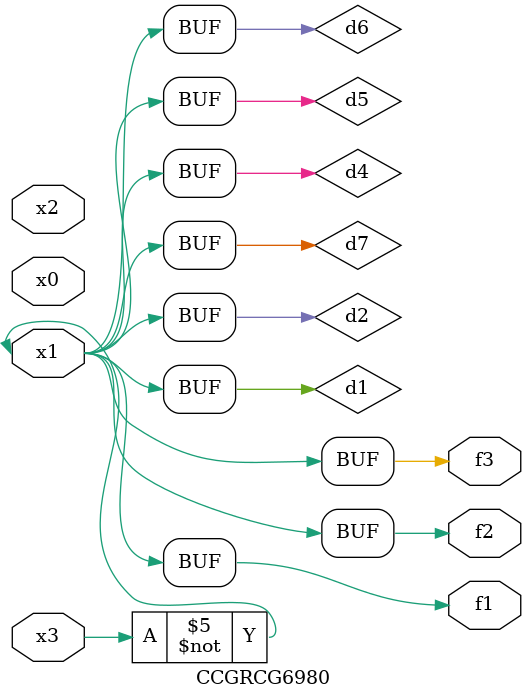
<source format=v>
module CCGRCG6980(
	input x0, x1, x2, x3,
	output f1, f2, f3
);

	wire d1, d2, d3, d4, d5, d6, d7;

	not (d1, x3);
	buf (d2, x1);
	xnor (d3, d1, d2);
	nor (d4, d1);
	buf (d5, d1, d2);
	buf (d6, d4, d5);
	nand (d7, d4);
	assign f1 = d6;
	assign f2 = d7;
	assign f3 = d6;
endmodule

</source>
